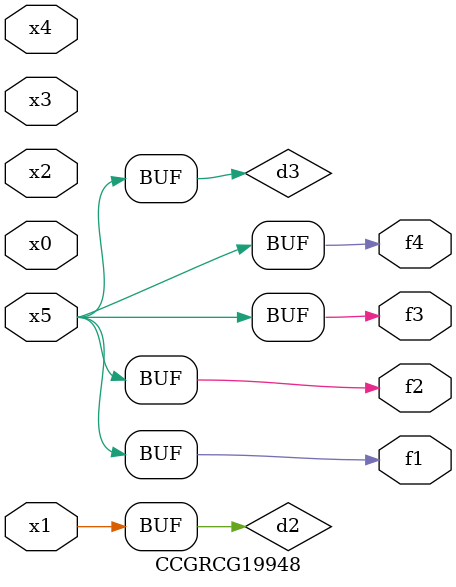
<source format=v>
module CCGRCG19948(
	input x0, x1, x2, x3, x4, x5,
	output f1, f2, f3, f4
);

	wire d1, d2, d3;

	not (d1, x5);
	or (d2, x1);
	xnor (d3, d1);
	assign f1 = d3;
	assign f2 = d3;
	assign f3 = d3;
	assign f4 = d3;
endmodule

</source>
